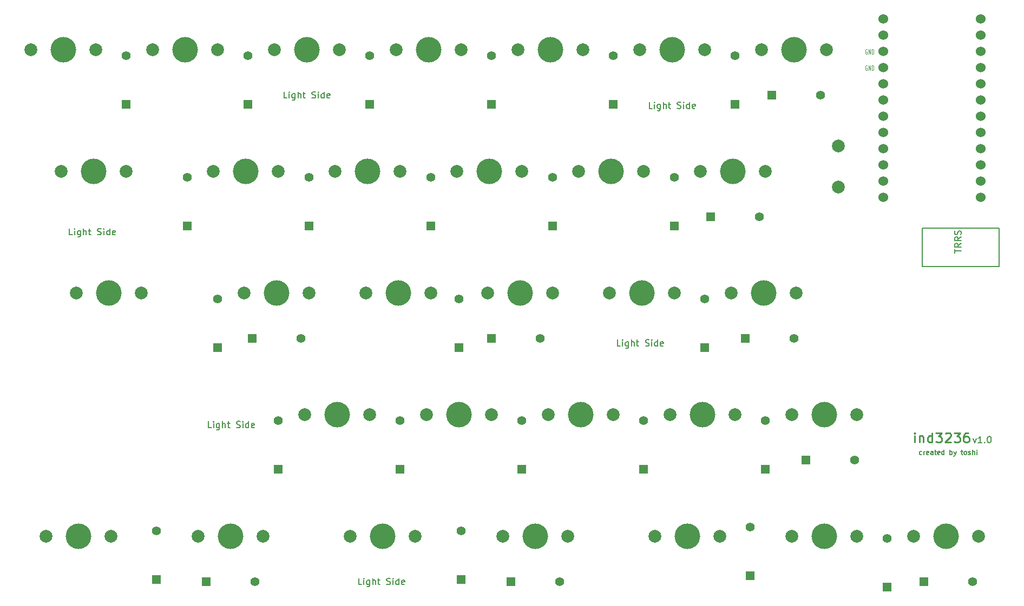
<source format=gto>
G04 #@! TF.GenerationSoftware,KiCad,Pcbnew,7.0.7*
G04 #@! TF.CreationDate,2023-09-30T17:43:00+09:00*
G04 #@! TF.ProjectId,ind-assemble_L,696e642d-6173-4736-956d-626c655f4c2e,rev?*
G04 #@! TF.SameCoordinates,Original*
G04 #@! TF.FileFunction,Legend,Top*
G04 #@! TF.FilePolarity,Positive*
%FSLAX46Y46*%
G04 Gerber Fmt 4.6, Leading zero omitted, Abs format (unit mm)*
G04 Created by KiCad (PCBNEW 7.0.7) date 2023-09-30 17:43:00*
%MOMM*%
%LPD*%
G01*
G04 APERTURE LIST*
%ADD10C,0.150000*%
%ADD11C,0.250000*%
%ADD12C,0.125000*%
%ADD13C,2.000000*%
%ADD14C,4.000000*%
%ADD15R,1.397000X1.397000*%
%ADD16C,1.397000*%
%ADD17C,1.524000*%
G04 APERTURE END LIST*
D10*
X175666541Y-94228152D02*
X175904636Y-94894819D01*
X175904636Y-94894819D02*
X176142731Y-94228152D01*
X177047493Y-94894819D02*
X176476065Y-94894819D01*
X176761779Y-94894819D02*
X176761779Y-93894819D01*
X176761779Y-93894819D02*
X176666541Y-94037676D01*
X176666541Y-94037676D02*
X176571303Y-94132914D01*
X176571303Y-94132914D02*
X176476065Y-94180533D01*
X177476065Y-94799580D02*
X177523684Y-94847200D01*
X177523684Y-94847200D02*
X177476065Y-94894819D01*
X177476065Y-94894819D02*
X177428446Y-94847200D01*
X177428446Y-94847200D02*
X177476065Y-94799580D01*
X177476065Y-94799580D02*
X177476065Y-94894819D01*
X178142731Y-93894819D02*
X178237969Y-93894819D01*
X178237969Y-93894819D02*
X178333207Y-93942438D01*
X178333207Y-93942438D02*
X178380826Y-93990057D01*
X178380826Y-93990057D02*
X178428445Y-94085295D01*
X178428445Y-94085295D02*
X178476064Y-94275771D01*
X178476064Y-94275771D02*
X178476064Y-94513866D01*
X178476064Y-94513866D02*
X178428445Y-94704342D01*
X178428445Y-94704342D02*
X178380826Y-94799580D01*
X178380826Y-94799580D02*
X178333207Y-94847200D01*
X178333207Y-94847200D02*
X178237969Y-94894819D01*
X178237969Y-94894819D02*
X178142731Y-94894819D01*
X178142731Y-94894819D02*
X178047493Y-94847200D01*
X178047493Y-94847200D02*
X177999874Y-94799580D01*
X177999874Y-94799580D02*
X177952255Y-94704342D01*
X177952255Y-94704342D02*
X177904636Y-94513866D01*
X177904636Y-94513866D02*
X177904636Y-94275771D01*
X177904636Y-94275771D02*
X177952255Y-94085295D01*
X177952255Y-94085295D02*
X177999874Y-93990057D01*
X177999874Y-93990057D02*
X178047493Y-93942438D01*
X178047493Y-93942438D02*
X178142731Y-93894819D01*
X167623684Y-96689700D02*
X167552255Y-96725414D01*
X167552255Y-96725414D02*
X167409398Y-96725414D01*
X167409398Y-96725414D02*
X167337969Y-96689700D01*
X167337969Y-96689700D02*
X167302255Y-96653985D01*
X167302255Y-96653985D02*
X167266541Y-96582557D01*
X167266541Y-96582557D02*
X167266541Y-96368271D01*
X167266541Y-96368271D02*
X167302255Y-96296842D01*
X167302255Y-96296842D02*
X167337969Y-96261128D01*
X167337969Y-96261128D02*
X167409398Y-96225414D01*
X167409398Y-96225414D02*
X167552255Y-96225414D01*
X167552255Y-96225414D02*
X167623684Y-96261128D01*
X167945112Y-96725414D02*
X167945112Y-96225414D01*
X167945112Y-96368271D02*
X167980826Y-96296842D01*
X167980826Y-96296842D02*
X168016541Y-96261128D01*
X168016541Y-96261128D02*
X168087969Y-96225414D01*
X168087969Y-96225414D02*
X168159398Y-96225414D01*
X168695112Y-96689700D02*
X168623684Y-96725414D01*
X168623684Y-96725414D02*
X168480827Y-96725414D01*
X168480827Y-96725414D02*
X168409398Y-96689700D01*
X168409398Y-96689700D02*
X168373684Y-96618271D01*
X168373684Y-96618271D02*
X168373684Y-96332557D01*
X168373684Y-96332557D02*
X168409398Y-96261128D01*
X168409398Y-96261128D02*
X168480827Y-96225414D01*
X168480827Y-96225414D02*
X168623684Y-96225414D01*
X168623684Y-96225414D02*
X168695112Y-96261128D01*
X168695112Y-96261128D02*
X168730827Y-96332557D01*
X168730827Y-96332557D02*
X168730827Y-96403985D01*
X168730827Y-96403985D02*
X168373684Y-96475414D01*
X169373684Y-96725414D02*
X169373684Y-96332557D01*
X169373684Y-96332557D02*
X169337969Y-96261128D01*
X169337969Y-96261128D02*
X169266541Y-96225414D01*
X169266541Y-96225414D02*
X169123684Y-96225414D01*
X169123684Y-96225414D02*
X169052255Y-96261128D01*
X169373684Y-96689700D02*
X169302255Y-96725414D01*
X169302255Y-96725414D02*
X169123684Y-96725414D01*
X169123684Y-96725414D02*
X169052255Y-96689700D01*
X169052255Y-96689700D02*
X169016541Y-96618271D01*
X169016541Y-96618271D02*
X169016541Y-96546842D01*
X169016541Y-96546842D02*
X169052255Y-96475414D01*
X169052255Y-96475414D02*
X169123684Y-96439700D01*
X169123684Y-96439700D02*
X169302255Y-96439700D01*
X169302255Y-96439700D02*
X169373684Y-96403985D01*
X169623683Y-96225414D02*
X169909397Y-96225414D01*
X169730826Y-95975414D02*
X169730826Y-96618271D01*
X169730826Y-96618271D02*
X169766540Y-96689700D01*
X169766540Y-96689700D02*
X169837969Y-96725414D01*
X169837969Y-96725414D02*
X169909397Y-96725414D01*
X170445111Y-96689700D02*
X170373683Y-96725414D01*
X170373683Y-96725414D02*
X170230826Y-96725414D01*
X170230826Y-96725414D02*
X170159397Y-96689700D01*
X170159397Y-96689700D02*
X170123683Y-96618271D01*
X170123683Y-96618271D02*
X170123683Y-96332557D01*
X170123683Y-96332557D02*
X170159397Y-96261128D01*
X170159397Y-96261128D02*
X170230826Y-96225414D01*
X170230826Y-96225414D02*
X170373683Y-96225414D01*
X170373683Y-96225414D02*
X170445111Y-96261128D01*
X170445111Y-96261128D02*
X170480826Y-96332557D01*
X170480826Y-96332557D02*
X170480826Y-96403985D01*
X170480826Y-96403985D02*
X170123683Y-96475414D01*
X171123683Y-96725414D02*
X171123683Y-95975414D01*
X171123683Y-96689700D02*
X171052254Y-96725414D01*
X171052254Y-96725414D02*
X170909397Y-96725414D01*
X170909397Y-96725414D02*
X170837968Y-96689700D01*
X170837968Y-96689700D02*
X170802254Y-96653985D01*
X170802254Y-96653985D02*
X170766540Y-96582557D01*
X170766540Y-96582557D02*
X170766540Y-96368271D01*
X170766540Y-96368271D02*
X170802254Y-96296842D01*
X170802254Y-96296842D02*
X170837968Y-96261128D01*
X170837968Y-96261128D02*
X170909397Y-96225414D01*
X170909397Y-96225414D02*
X171052254Y-96225414D01*
X171052254Y-96225414D02*
X171123683Y-96261128D01*
X172052254Y-96725414D02*
X172052254Y-95975414D01*
X172052254Y-96261128D02*
X172123683Y-96225414D01*
X172123683Y-96225414D02*
X172266540Y-96225414D01*
X172266540Y-96225414D02*
X172337968Y-96261128D01*
X172337968Y-96261128D02*
X172373683Y-96296842D01*
X172373683Y-96296842D02*
X172409397Y-96368271D01*
X172409397Y-96368271D02*
X172409397Y-96582557D01*
X172409397Y-96582557D02*
X172373683Y-96653985D01*
X172373683Y-96653985D02*
X172337968Y-96689700D01*
X172337968Y-96689700D02*
X172266540Y-96725414D01*
X172266540Y-96725414D02*
X172123683Y-96725414D01*
X172123683Y-96725414D02*
X172052254Y-96689700D01*
X172659396Y-96225414D02*
X172837968Y-96725414D01*
X173016539Y-96225414D02*
X172837968Y-96725414D01*
X172837968Y-96725414D02*
X172766539Y-96903985D01*
X172766539Y-96903985D02*
X172730825Y-96939700D01*
X172730825Y-96939700D02*
X172659396Y-96975414D01*
X173766540Y-96225414D02*
X174052254Y-96225414D01*
X173873683Y-95975414D02*
X173873683Y-96618271D01*
X173873683Y-96618271D02*
X173909397Y-96689700D01*
X173909397Y-96689700D02*
X173980826Y-96725414D01*
X173980826Y-96725414D02*
X174052254Y-96725414D01*
X174409397Y-96725414D02*
X174337968Y-96689700D01*
X174337968Y-96689700D02*
X174302254Y-96653985D01*
X174302254Y-96653985D02*
X174266540Y-96582557D01*
X174266540Y-96582557D02*
X174266540Y-96368271D01*
X174266540Y-96368271D02*
X174302254Y-96296842D01*
X174302254Y-96296842D02*
X174337968Y-96261128D01*
X174337968Y-96261128D02*
X174409397Y-96225414D01*
X174409397Y-96225414D02*
X174516540Y-96225414D01*
X174516540Y-96225414D02*
X174587968Y-96261128D01*
X174587968Y-96261128D02*
X174623683Y-96296842D01*
X174623683Y-96296842D02*
X174659397Y-96368271D01*
X174659397Y-96368271D02*
X174659397Y-96582557D01*
X174659397Y-96582557D02*
X174623683Y-96653985D01*
X174623683Y-96653985D02*
X174587968Y-96689700D01*
X174587968Y-96689700D02*
X174516540Y-96725414D01*
X174516540Y-96725414D02*
X174409397Y-96725414D01*
X174945111Y-96689700D02*
X175016539Y-96725414D01*
X175016539Y-96725414D02*
X175159396Y-96725414D01*
X175159396Y-96725414D02*
X175230825Y-96689700D01*
X175230825Y-96689700D02*
X175266539Y-96618271D01*
X175266539Y-96618271D02*
X175266539Y-96582557D01*
X175266539Y-96582557D02*
X175230825Y-96511128D01*
X175230825Y-96511128D02*
X175159396Y-96475414D01*
X175159396Y-96475414D02*
X175052254Y-96475414D01*
X175052254Y-96475414D02*
X174980825Y-96439700D01*
X174980825Y-96439700D02*
X174945111Y-96368271D01*
X174945111Y-96368271D02*
X174945111Y-96332557D01*
X174945111Y-96332557D02*
X174980825Y-96261128D01*
X174980825Y-96261128D02*
X175052254Y-96225414D01*
X175052254Y-96225414D02*
X175159396Y-96225414D01*
X175159396Y-96225414D02*
X175230825Y-96261128D01*
X175587968Y-96725414D02*
X175587968Y-95975414D01*
X175909397Y-96725414D02*
X175909397Y-96332557D01*
X175909397Y-96332557D02*
X175873682Y-96261128D01*
X175873682Y-96261128D02*
X175802254Y-96225414D01*
X175802254Y-96225414D02*
X175695111Y-96225414D01*
X175695111Y-96225414D02*
X175623682Y-96261128D01*
X175623682Y-96261128D02*
X175587968Y-96296842D01*
X176266539Y-96725414D02*
X176266539Y-96225414D01*
X176266539Y-95975414D02*
X176230825Y-96011128D01*
X176230825Y-96011128D02*
X176266539Y-96046842D01*
X176266539Y-96046842D02*
X176302253Y-96011128D01*
X176302253Y-96011128D02*
X176266539Y-95975414D01*
X176266539Y-95975414D02*
X176266539Y-96046842D01*
D11*
X166546615Y-94828428D02*
X166546615Y-93828428D01*
X166546615Y-93328428D02*
X166475187Y-93399857D01*
X166475187Y-93399857D02*
X166546615Y-93471285D01*
X166546615Y-93471285D02*
X166618044Y-93399857D01*
X166618044Y-93399857D02*
X166546615Y-93328428D01*
X166546615Y-93328428D02*
X166546615Y-93471285D01*
X167260901Y-93828428D02*
X167260901Y-94828428D01*
X167260901Y-93971285D02*
X167332330Y-93899857D01*
X167332330Y-93899857D02*
X167475187Y-93828428D01*
X167475187Y-93828428D02*
X167689473Y-93828428D01*
X167689473Y-93828428D02*
X167832330Y-93899857D01*
X167832330Y-93899857D02*
X167903759Y-94042714D01*
X167903759Y-94042714D02*
X167903759Y-94828428D01*
X169260902Y-94828428D02*
X169260902Y-93328428D01*
X169260902Y-94757000D02*
X169118044Y-94828428D01*
X169118044Y-94828428D02*
X168832330Y-94828428D01*
X168832330Y-94828428D02*
X168689473Y-94757000D01*
X168689473Y-94757000D02*
X168618044Y-94685571D01*
X168618044Y-94685571D02*
X168546616Y-94542714D01*
X168546616Y-94542714D02*
X168546616Y-94114142D01*
X168546616Y-94114142D02*
X168618044Y-93971285D01*
X168618044Y-93971285D02*
X168689473Y-93899857D01*
X168689473Y-93899857D02*
X168832330Y-93828428D01*
X168832330Y-93828428D02*
X169118044Y-93828428D01*
X169118044Y-93828428D02*
X169260902Y-93899857D01*
X169832330Y-93328428D02*
X170760902Y-93328428D01*
X170760902Y-93328428D02*
X170260902Y-93899857D01*
X170260902Y-93899857D02*
X170475187Y-93899857D01*
X170475187Y-93899857D02*
X170618045Y-93971285D01*
X170618045Y-93971285D02*
X170689473Y-94042714D01*
X170689473Y-94042714D02*
X170760902Y-94185571D01*
X170760902Y-94185571D02*
X170760902Y-94542714D01*
X170760902Y-94542714D02*
X170689473Y-94685571D01*
X170689473Y-94685571D02*
X170618045Y-94757000D01*
X170618045Y-94757000D02*
X170475187Y-94828428D01*
X170475187Y-94828428D02*
X170046616Y-94828428D01*
X170046616Y-94828428D02*
X169903759Y-94757000D01*
X169903759Y-94757000D02*
X169832330Y-94685571D01*
X171332330Y-93471285D02*
X171403758Y-93399857D01*
X171403758Y-93399857D02*
X171546616Y-93328428D01*
X171546616Y-93328428D02*
X171903758Y-93328428D01*
X171903758Y-93328428D02*
X172046616Y-93399857D01*
X172046616Y-93399857D02*
X172118044Y-93471285D01*
X172118044Y-93471285D02*
X172189473Y-93614142D01*
X172189473Y-93614142D02*
X172189473Y-93757000D01*
X172189473Y-93757000D02*
X172118044Y-93971285D01*
X172118044Y-93971285D02*
X171260901Y-94828428D01*
X171260901Y-94828428D02*
X172189473Y-94828428D01*
X172689472Y-93328428D02*
X173618044Y-93328428D01*
X173618044Y-93328428D02*
X173118044Y-93899857D01*
X173118044Y-93899857D02*
X173332329Y-93899857D01*
X173332329Y-93899857D02*
X173475187Y-93971285D01*
X173475187Y-93971285D02*
X173546615Y-94042714D01*
X173546615Y-94042714D02*
X173618044Y-94185571D01*
X173618044Y-94185571D02*
X173618044Y-94542714D01*
X173618044Y-94542714D02*
X173546615Y-94685571D01*
X173546615Y-94685571D02*
X173475187Y-94757000D01*
X173475187Y-94757000D02*
X173332329Y-94828428D01*
X173332329Y-94828428D02*
X172903758Y-94828428D01*
X172903758Y-94828428D02*
X172760901Y-94757000D01*
X172760901Y-94757000D02*
X172689472Y-94685571D01*
X174903758Y-93328428D02*
X174618043Y-93328428D01*
X174618043Y-93328428D02*
X174475186Y-93399857D01*
X174475186Y-93399857D02*
X174403758Y-93471285D01*
X174403758Y-93471285D02*
X174260900Y-93685571D01*
X174260900Y-93685571D02*
X174189472Y-93971285D01*
X174189472Y-93971285D02*
X174189472Y-94542714D01*
X174189472Y-94542714D02*
X174260900Y-94685571D01*
X174260900Y-94685571D02*
X174332329Y-94757000D01*
X174332329Y-94757000D02*
X174475186Y-94828428D01*
X174475186Y-94828428D02*
X174760900Y-94828428D01*
X174760900Y-94828428D02*
X174903758Y-94757000D01*
X174903758Y-94757000D02*
X174975186Y-94685571D01*
X174975186Y-94685571D02*
X175046615Y-94542714D01*
X175046615Y-94542714D02*
X175046615Y-94185571D01*
X175046615Y-94185571D02*
X174975186Y-94042714D01*
X174975186Y-94042714D02*
X174903758Y-93971285D01*
X174903758Y-93971285D02*
X174760900Y-93899857D01*
X174760900Y-93899857D02*
X174475186Y-93899857D01*
X174475186Y-93899857D02*
X174332329Y-93971285D01*
X174332329Y-93971285D02*
X174260900Y-94042714D01*
X174260900Y-94042714D02*
X174189472Y-94185571D01*
D10*
X68342261Y-40904819D02*
X67866071Y-40904819D01*
X67866071Y-40904819D02*
X67866071Y-39904819D01*
X68675595Y-40904819D02*
X68675595Y-40238152D01*
X68675595Y-39904819D02*
X68627976Y-39952438D01*
X68627976Y-39952438D02*
X68675595Y-40000057D01*
X68675595Y-40000057D02*
X68723214Y-39952438D01*
X68723214Y-39952438D02*
X68675595Y-39904819D01*
X68675595Y-39904819D02*
X68675595Y-40000057D01*
X69580356Y-40238152D02*
X69580356Y-41047676D01*
X69580356Y-41047676D02*
X69532737Y-41142914D01*
X69532737Y-41142914D02*
X69485118Y-41190533D01*
X69485118Y-41190533D02*
X69389880Y-41238152D01*
X69389880Y-41238152D02*
X69247023Y-41238152D01*
X69247023Y-41238152D02*
X69151785Y-41190533D01*
X69580356Y-40857200D02*
X69485118Y-40904819D01*
X69485118Y-40904819D02*
X69294642Y-40904819D01*
X69294642Y-40904819D02*
X69199404Y-40857200D01*
X69199404Y-40857200D02*
X69151785Y-40809580D01*
X69151785Y-40809580D02*
X69104166Y-40714342D01*
X69104166Y-40714342D02*
X69104166Y-40428628D01*
X69104166Y-40428628D02*
X69151785Y-40333390D01*
X69151785Y-40333390D02*
X69199404Y-40285771D01*
X69199404Y-40285771D02*
X69294642Y-40238152D01*
X69294642Y-40238152D02*
X69485118Y-40238152D01*
X69485118Y-40238152D02*
X69580356Y-40285771D01*
X70056547Y-40904819D02*
X70056547Y-39904819D01*
X70485118Y-40904819D02*
X70485118Y-40381009D01*
X70485118Y-40381009D02*
X70437499Y-40285771D01*
X70437499Y-40285771D02*
X70342261Y-40238152D01*
X70342261Y-40238152D02*
X70199404Y-40238152D01*
X70199404Y-40238152D02*
X70104166Y-40285771D01*
X70104166Y-40285771D02*
X70056547Y-40333390D01*
X70818452Y-40238152D02*
X71199404Y-40238152D01*
X70961309Y-39904819D02*
X70961309Y-40761961D01*
X70961309Y-40761961D02*
X71008928Y-40857200D01*
X71008928Y-40857200D02*
X71104166Y-40904819D01*
X71104166Y-40904819D02*
X71199404Y-40904819D01*
X72247024Y-40857200D02*
X72389881Y-40904819D01*
X72389881Y-40904819D02*
X72627976Y-40904819D01*
X72627976Y-40904819D02*
X72723214Y-40857200D01*
X72723214Y-40857200D02*
X72770833Y-40809580D01*
X72770833Y-40809580D02*
X72818452Y-40714342D01*
X72818452Y-40714342D02*
X72818452Y-40619104D01*
X72818452Y-40619104D02*
X72770833Y-40523866D01*
X72770833Y-40523866D02*
X72723214Y-40476247D01*
X72723214Y-40476247D02*
X72627976Y-40428628D01*
X72627976Y-40428628D02*
X72437500Y-40381009D01*
X72437500Y-40381009D02*
X72342262Y-40333390D01*
X72342262Y-40333390D02*
X72294643Y-40285771D01*
X72294643Y-40285771D02*
X72247024Y-40190533D01*
X72247024Y-40190533D02*
X72247024Y-40095295D01*
X72247024Y-40095295D02*
X72294643Y-40000057D01*
X72294643Y-40000057D02*
X72342262Y-39952438D01*
X72342262Y-39952438D02*
X72437500Y-39904819D01*
X72437500Y-39904819D02*
X72675595Y-39904819D01*
X72675595Y-39904819D02*
X72818452Y-39952438D01*
X73247024Y-40904819D02*
X73247024Y-40238152D01*
X73247024Y-39904819D02*
X73199405Y-39952438D01*
X73199405Y-39952438D02*
X73247024Y-40000057D01*
X73247024Y-40000057D02*
X73294643Y-39952438D01*
X73294643Y-39952438D02*
X73247024Y-39904819D01*
X73247024Y-39904819D02*
X73247024Y-40000057D01*
X74151785Y-40904819D02*
X74151785Y-39904819D01*
X74151785Y-40857200D02*
X74056547Y-40904819D01*
X74056547Y-40904819D02*
X73866071Y-40904819D01*
X73866071Y-40904819D02*
X73770833Y-40857200D01*
X73770833Y-40857200D02*
X73723214Y-40809580D01*
X73723214Y-40809580D02*
X73675595Y-40714342D01*
X73675595Y-40714342D02*
X73675595Y-40428628D01*
X73675595Y-40428628D02*
X73723214Y-40333390D01*
X73723214Y-40333390D02*
X73770833Y-40285771D01*
X73770833Y-40285771D02*
X73866071Y-40238152D01*
X73866071Y-40238152D02*
X74056547Y-40238152D01*
X74056547Y-40238152D02*
X74151785Y-40285771D01*
X75008928Y-40857200D02*
X74913690Y-40904819D01*
X74913690Y-40904819D02*
X74723214Y-40904819D01*
X74723214Y-40904819D02*
X74627976Y-40857200D01*
X74627976Y-40857200D02*
X74580357Y-40761961D01*
X74580357Y-40761961D02*
X74580357Y-40381009D01*
X74580357Y-40381009D02*
X74627976Y-40285771D01*
X74627976Y-40285771D02*
X74723214Y-40238152D01*
X74723214Y-40238152D02*
X74913690Y-40238152D01*
X74913690Y-40238152D02*
X75008928Y-40285771D01*
X75008928Y-40285771D02*
X75056547Y-40381009D01*
X75056547Y-40381009D02*
X75056547Y-40476247D01*
X75056547Y-40476247D02*
X74580357Y-40571485D01*
X120511011Y-79754819D02*
X120034821Y-79754819D01*
X120034821Y-79754819D02*
X120034821Y-78754819D01*
X120844345Y-79754819D02*
X120844345Y-79088152D01*
X120844345Y-78754819D02*
X120796726Y-78802438D01*
X120796726Y-78802438D02*
X120844345Y-78850057D01*
X120844345Y-78850057D02*
X120891964Y-78802438D01*
X120891964Y-78802438D02*
X120844345Y-78754819D01*
X120844345Y-78754819D02*
X120844345Y-78850057D01*
X121749106Y-79088152D02*
X121749106Y-79897676D01*
X121749106Y-79897676D02*
X121701487Y-79992914D01*
X121701487Y-79992914D02*
X121653868Y-80040533D01*
X121653868Y-80040533D02*
X121558630Y-80088152D01*
X121558630Y-80088152D02*
X121415773Y-80088152D01*
X121415773Y-80088152D02*
X121320535Y-80040533D01*
X121749106Y-79707200D02*
X121653868Y-79754819D01*
X121653868Y-79754819D02*
X121463392Y-79754819D01*
X121463392Y-79754819D02*
X121368154Y-79707200D01*
X121368154Y-79707200D02*
X121320535Y-79659580D01*
X121320535Y-79659580D02*
X121272916Y-79564342D01*
X121272916Y-79564342D02*
X121272916Y-79278628D01*
X121272916Y-79278628D02*
X121320535Y-79183390D01*
X121320535Y-79183390D02*
X121368154Y-79135771D01*
X121368154Y-79135771D02*
X121463392Y-79088152D01*
X121463392Y-79088152D02*
X121653868Y-79088152D01*
X121653868Y-79088152D02*
X121749106Y-79135771D01*
X122225297Y-79754819D02*
X122225297Y-78754819D01*
X122653868Y-79754819D02*
X122653868Y-79231009D01*
X122653868Y-79231009D02*
X122606249Y-79135771D01*
X122606249Y-79135771D02*
X122511011Y-79088152D01*
X122511011Y-79088152D02*
X122368154Y-79088152D01*
X122368154Y-79088152D02*
X122272916Y-79135771D01*
X122272916Y-79135771D02*
X122225297Y-79183390D01*
X122987202Y-79088152D02*
X123368154Y-79088152D01*
X123130059Y-78754819D02*
X123130059Y-79611961D01*
X123130059Y-79611961D02*
X123177678Y-79707200D01*
X123177678Y-79707200D02*
X123272916Y-79754819D01*
X123272916Y-79754819D02*
X123368154Y-79754819D01*
X124415774Y-79707200D02*
X124558631Y-79754819D01*
X124558631Y-79754819D02*
X124796726Y-79754819D01*
X124796726Y-79754819D02*
X124891964Y-79707200D01*
X124891964Y-79707200D02*
X124939583Y-79659580D01*
X124939583Y-79659580D02*
X124987202Y-79564342D01*
X124987202Y-79564342D02*
X124987202Y-79469104D01*
X124987202Y-79469104D02*
X124939583Y-79373866D01*
X124939583Y-79373866D02*
X124891964Y-79326247D01*
X124891964Y-79326247D02*
X124796726Y-79278628D01*
X124796726Y-79278628D02*
X124606250Y-79231009D01*
X124606250Y-79231009D02*
X124511012Y-79183390D01*
X124511012Y-79183390D02*
X124463393Y-79135771D01*
X124463393Y-79135771D02*
X124415774Y-79040533D01*
X124415774Y-79040533D02*
X124415774Y-78945295D01*
X124415774Y-78945295D02*
X124463393Y-78850057D01*
X124463393Y-78850057D02*
X124511012Y-78802438D01*
X124511012Y-78802438D02*
X124606250Y-78754819D01*
X124606250Y-78754819D02*
X124844345Y-78754819D01*
X124844345Y-78754819D02*
X124987202Y-78802438D01*
X125415774Y-79754819D02*
X125415774Y-79088152D01*
X125415774Y-78754819D02*
X125368155Y-78802438D01*
X125368155Y-78802438D02*
X125415774Y-78850057D01*
X125415774Y-78850057D02*
X125463393Y-78802438D01*
X125463393Y-78802438D02*
X125415774Y-78754819D01*
X125415774Y-78754819D02*
X125415774Y-78850057D01*
X126320535Y-79754819D02*
X126320535Y-78754819D01*
X126320535Y-79707200D02*
X126225297Y-79754819D01*
X126225297Y-79754819D02*
X126034821Y-79754819D01*
X126034821Y-79754819D02*
X125939583Y-79707200D01*
X125939583Y-79707200D02*
X125891964Y-79659580D01*
X125891964Y-79659580D02*
X125844345Y-79564342D01*
X125844345Y-79564342D02*
X125844345Y-79278628D01*
X125844345Y-79278628D02*
X125891964Y-79183390D01*
X125891964Y-79183390D02*
X125939583Y-79135771D01*
X125939583Y-79135771D02*
X126034821Y-79088152D01*
X126034821Y-79088152D02*
X126225297Y-79088152D01*
X126225297Y-79088152D02*
X126320535Y-79135771D01*
X127177678Y-79707200D02*
X127082440Y-79754819D01*
X127082440Y-79754819D02*
X126891964Y-79754819D01*
X126891964Y-79754819D02*
X126796726Y-79707200D01*
X126796726Y-79707200D02*
X126749107Y-79611961D01*
X126749107Y-79611961D02*
X126749107Y-79231009D01*
X126749107Y-79231009D02*
X126796726Y-79135771D01*
X126796726Y-79135771D02*
X126891964Y-79088152D01*
X126891964Y-79088152D02*
X127082440Y-79088152D01*
X127082440Y-79088152D02*
X127177678Y-79135771D01*
X127177678Y-79135771D02*
X127225297Y-79231009D01*
X127225297Y-79231009D02*
X127225297Y-79326247D01*
X127225297Y-79326247D02*
X126749107Y-79421485D01*
X56534761Y-92542319D02*
X56058571Y-92542319D01*
X56058571Y-92542319D02*
X56058571Y-91542319D01*
X56868095Y-92542319D02*
X56868095Y-91875652D01*
X56868095Y-91542319D02*
X56820476Y-91589938D01*
X56820476Y-91589938D02*
X56868095Y-91637557D01*
X56868095Y-91637557D02*
X56915714Y-91589938D01*
X56915714Y-91589938D02*
X56868095Y-91542319D01*
X56868095Y-91542319D02*
X56868095Y-91637557D01*
X57772856Y-91875652D02*
X57772856Y-92685176D01*
X57772856Y-92685176D02*
X57725237Y-92780414D01*
X57725237Y-92780414D02*
X57677618Y-92828033D01*
X57677618Y-92828033D02*
X57582380Y-92875652D01*
X57582380Y-92875652D02*
X57439523Y-92875652D01*
X57439523Y-92875652D02*
X57344285Y-92828033D01*
X57772856Y-92494700D02*
X57677618Y-92542319D01*
X57677618Y-92542319D02*
X57487142Y-92542319D01*
X57487142Y-92542319D02*
X57391904Y-92494700D01*
X57391904Y-92494700D02*
X57344285Y-92447080D01*
X57344285Y-92447080D02*
X57296666Y-92351842D01*
X57296666Y-92351842D02*
X57296666Y-92066128D01*
X57296666Y-92066128D02*
X57344285Y-91970890D01*
X57344285Y-91970890D02*
X57391904Y-91923271D01*
X57391904Y-91923271D02*
X57487142Y-91875652D01*
X57487142Y-91875652D02*
X57677618Y-91875652D01*
X57677618Y-91875652D02*
X57772856Y-91923271D01*
X58249047Y-92542319D02*
X58249047Y-91542319D01*
X58677618Y-92542319D02*
X58677618Y-92018509D01*
X58677618Y-92018509D02*
X58629999Y-91923271D01*
X58629999Y-91923271D02*
X58534761Y-91875652D01*
X58534761Y-91875652D02*
X58391904Y-91875652D01*
X58391904Y-91875652D02*
X58296666Y-91923271D01*
X58296666Y-91923271D02*
X58249047Y-91970890D01*
X59010952Y-91875652D02*
X59391904Y-91875652D01*
X59153809Y-91542319D02*
X59153809Y-92399461D01*
X59153809Y-92399461D02*
X59201428Y-92494700D01*
X59201428Y-92494700D02*
X59296666Y-92542319D01*
X59296666Y-92542319D02*
X59391904Y-92542319D01*
X60439524Y-92494700D02*
X60582381Y-92542319D01*
X60582381Y-92542319D02*
X60820476Y-92542319D01*
X60820476Y-92542319D02*
X60915714Y-92494700D01*
X60915714Y-92494700D02*
X60963333Y-92447080D01*
X60963333Y-92447080D02*
X61010952Y-92351842D01*
X61010952Y-92351842D02*
X61010952Y-92256604D01*
X61010952Y-92256604D02*
X60963333Y-92161366D01*
X60963333Y-92161366D02*
X60915714Y-92113747D01*
X60915714Y-92113747D02*
X60820476Y-92066128D01*
X60820476Y-92066128D02*
X60630000Y-92018509D01*
X60630000Y-92018509D02*
X60534762Y-91970890D01*
X60534762Y-91970890D02*
X60487143Y-91923271D01*
X60487143Y-91923271D02*
X60439524Y-91828033D01*
X60439524Y-91828033D02*
X60439524Y-91732795D01*
X60439524Y-91732795D02*
X60487143Y-91637557D01*
X60487143Y-91637557D02*
X60534762Y-91589938D01*
X60534762Y-91589938D02*
X60630000Y-91542319D01*
X60630000Y-91542319D02*
X60868095Y-91542319D01*
X60868095Y-91542319D02*
X61010952Y-91589938D01*
X61439524Y-92542319D02*
X61439524Y-91875652D01*
X61439524Y-91542319D02*
X61391905Y-91589938D01*
X61391905Y-91589938D02*
X61439524Y-91637557D01*
X61439524Y-91637557D02*
X61487143Y-91589938D01*
X61487143Y-91589938D02*
X61439524Y-91542319D01*
X61439524Y-91542319D02*
X61439524Y-91637557D01*
X62344285Y-92542319D02*
X62344285Y-91542319D01*
X62344285Y-92494700D02*
X62249047Y-92542319D01*
X62249047Y-92542319D02*
X62058571Y-92542319D01*
X62058571Y-92542319D02*
X61963333Y-92494700D01*
X61963333Y-92494700D02*
X61915714Y-92447080D01*
X61915714Y-92447080D02*
X61868095Y-92351842D01*
X61868095Y-92351842D02*
X61868095Y-92066128D01*
X61868095Y-92066128D02*
X61915714Y-91970890D01*
X61915714Y-91970890D02*
X61963333Y-91923271D01*
X61963333Y-91923271D02*
X62058571Y-91875652D01*
X62058571Y-91875652D02*
X62249047Y-91875652D01*
X62249047Y-91875652D02*
X62344285Y-91923271D01*
X63201428Y-92494700D02*
X63106190Y-92542319D01*
X63106190Y-92542319D02*
X62915714Y-92542319D01*
X62915714Y-92542319D02*
X62820476Y-92494700D01*
X62820476Y-92494700D02*
X62772857Y-92399461D01*
X62772857Y-92399461D02*
X62772857Y-92018509D01*
X62772857Y-92018509D02*
X62820476Y-91923271D01*
X62820476Y-91923271D02*
X62915714Y-91875652D01*
X62915714Y-91875652D02*
X63106190Y-91875652D01*
X63106190Y-91875652D02*
X63201428Y-91923271D01*
X63201428Y-91923271D02*
X63249047Y-92018509D01*
X63249047Y-92018509D02*
X63249047Y-92113747D01*
X63249047Y-92113747D02*
X62772857Y-92208985D01*
X125492261Y-42536069D02*
X125016071Y-42536069D01*
X125016071Y-42536069D02*
X125016071Y-41536069D01*
X125825595Y-42536069D02*
X125825595Y-41869402D01*
X125825595Y-41536069D02*
X125777976Y-41583688D01*
X125777976Y-41583688D02*
X125825595Y-41631307D01*
X125825595Y-41631307D02*
X125873214Y-41583688D01*
X125873214Y-41583688D02*
X125825595Y-41536069D01*
X125825595Y-41536069D02*
X125825595Y-41631307D01*
X126730356Y-41869402D02*
X126730356Y-42678926D01*
X126730356Y-42678926D02*
X126682737Y-42774164D01*
X126682737Y-42774164D02*
X126635118Y-42821783D01*
X126635118Y-42821783D02*
X126539880Y-42869402D01*
X126539880Y-42869402D02*
X126397023Y-42869402D01*
X126397023Y-42869402D02*
X126301785Y-42821783D01*
X126730356Y-42488450D02*
X126635118Y-42536069D01*
X126635118Y-42536069D02*
X126444642Y-42536069D01*
X126444642Y-42536069D02*
X126349404Y-42488450D01*
X126349404Y-42488450D02*
X126301785Y-42440830D01*
X126301785Y-42440830D02*
X126254166Y-42345592D01*
X126254166Y-42345592D02*
X126254166Y-42059878D01*
X126254166Y-42059878D02*
X126301785Y-41964640D01*
X126301785Y-41964640D02*
X126349404Y-41917021D01*
X126349404Y-41917021D02*
X126444642Y-41869402D01*
X126444642Y-41869402D02*
X126635118Y-41869402D01*
X126635118Y-41869402D02*
X126730356Y-41917021D01*
X127206547Y-42536069D02*
X127206547Y-41536069D01*
X127635118Y-42536069D02*
X127635118Y-42012259D01*
X127635118Y-42012259D02*
X127587499Y-41917021D01*
X127587499Y-41917021D02*
X127492261Y-41869402D01*
X127492261Y-41869402D02*
X127349404Y-41869402D01*
X127349404Y-41869402D02*
X127254166Y-41917021D01*
X127254166Y-41917021D02*
X127206547Y-41964640D01*
X127968452Y-41869402D02*
X128349404Y-41869402D01*
X128111309Y-41536069D02*
X128111309Y-42393211D01*
X128111309Y-42393211D02*
X128158928Y-42488450D01*
X128158928Y-42488450D02*
X128254166Y-42536069D01*
X128254166Y-42536069D02*
X128349404Y-42536069D01*
X129397024Y-42488450D02*
X129539881Y-42536069D01*
X129539881Y-42536069D02*
X129777976Y-42536069D01*
X129777976Y-42536069D02*
X129873214Y-42488450D01*
X129873214Y-42488450D02*
X129920833Y-42440830D01*
X129920833Y-42440830D02*
X129968452Y-42345592D01*
X129968452Y-42345592D02*
X129968452Y-42250354D01*
X129968452Y-42250354D02*
X129920833Y-42155116D01*
X129920833Y-42155116D02*
X129873214Y-42107497D01*
X129873214Y-42107497D02*
X129777976Y-42059878D01*
X129777976Y-42059878D02*
X129587500Y-42012259D01*
X129587500Y-42012259D02*
X129492262Y-41964640D01*
X129492262Y-41964640D02*
X129444643Y-41917021D01*
X129444643Y-41917021D02*
X129397024Y-41821783D01*
X129397024Y-41821783D02*
X129397024Y-41726545D01*
X129397024Y-41726545D02*
X129444643Y-41631307D01*
X129444643Y-41631307D02*
X129492262Y-41583688D01*
X129492262Y-41583688D02*
X129587500Y-41536069D01*
X129587500Y-41536069D02*
X129825595Y-41536069D01*
X129825595Y-41536069D02*
X129968452Y-41583688D01*
X130397024Y-42536069D02*
X130397024Y-41869402D01*
X130397024Y-41536069D02*
X130349405Y-41583688D01*
X130349405Y-41583688D02*
X130397024Y-41631307D01*
X130397024Y-41631307D02*
X130444643Y-41583688D01*
X130444643Y-41583688D02*
X130397024Y-41536069D01*
X130397024Y-41536069D02*
X130397024Y-41631307D01*
X131301785Y-42536069D02*
X131301785Y-41536069D01*
X131301785Y-42488450D02*
X131206547Y-42536069D01*
X131206547Y-42536069D02*
X131016071Y-42536069D01*
X131016071Y-42536069D02*
X130920833Y-42488450D01*
X130920833Y-42488450D02*
X130873214Y-42440830D01*
X130873214Y-42440830D02*
X130825595Y-42345592D01*
X130825595Y-42345592D02*
X130825595Y-42059878D01*
X130825595Y-42059878D02*
X130873214Y-41964640D01*
X130873214Y-41964640D02*
X130920833Y-41917021D01*
X130920833Y-41917021D02*
X131016071Y-41869402D01*
X131016071Y-41869402D02*
X131206547Y-41869402D01*
X131206547Y-41869402D02*
X131301785Y-41917021D01*
X132158928Y-42488450D02*
X132063690Y-42536069D01*
X132063690Y-42536069D02*
X131873214Y-42536069D01*
X131873214Y-42536069D02*
X131777976Y-42488450D01*
X131777976Y-42488450D02*
X131730357Y-42393211D01*
X131730357Y-42393211D02*
X131730357Y-42012259D01*
X131730357Y-42012259D02*
X131777976Y-41917021D01*
X131777976Y-41917021D02*
X131873214Y-41869402D01*
X131873214Y-41869402D02*
X132063690Y-41869402D01*
X132063690Y-41869402D02*
X132158928Y-41917021D01*
X132158928Y-41917021D02*
X132206547Y-42012259D01*
X132206547Y-42012259D02*
X132206547Y-42107497D01*
X132206547Y-42107497D02*
X131730357Y-42202735D01*
X34786011Y-62336069D02*
X34309821Y-62336069D01*
X34309821Y-62336069D02*
X34309821Y-61336069D01*
X35119345Y-62336069D02*
X35119345Y-61669402D01*
X35119345Y-61336069D02*
X35071726Y-61383688D01*
X35071726Y-61383688D02*
X35119345Y-61431307D01*
X35119345Y-61431307D02*
X35166964Y-61383688D01*
X35166964Y-61383688D02*
X35119345Y-61336069D01*
X35119345Y-61336069D02*
X35119345Y-61431307D01*
X36024106Y-61669402D02*
X36024106Y-62478926D01*
X36024106Y-62478926D02*
X35976487Y-62574164D01*
X35976487Y-62574164D02*
X35928868Y-62621783D01*
X35928868Y-62621783D02*
X35833630Y-62669402D01*
X35833630Y-62669402D02*
X35690773Y-62669402D01*
X35690773Y-62669402D02*
X35595535Y-62621783D01*
X36024106Y-62288450D02*
X35928868Y-62336069D01*
X35928868Y-62336069D02*
X35738392Y-62336069D01*
X35738392Y-62336069D02*
X35643154Y-62288450D01*
X35643154Y-62288450D02*
X35595535Y-62240830D01*
X35595535Y-62240830D02*
X35547916Y-62145592D01*
X35547916Y-62145592D02*
X35547916Y-61859878D01*
X35547916Y-61859878D02*
X35595535Y-61764640D01*
X35595535Y-61764640D02*
X35643154Y-61717021D01*
X35643154Y-61717021D02*
X35738392Y-61669402D01*
X35738392Y-61669402D02*
X35928868Y-61669402D01*
X35928868Y-61669402D02*
X36024106Y-61717021D01*
X36500297Y-62336069D02*
X36500297Y-61336069D01*
X36928868Y-62336069D02*
X36928868Y-61812259D01*
X36928868Y-61812259D02*
X36881249Y-61717021D01*
X36881249Y-61717021D02*
X36786011Y-61669402D01*
X36786011Y-61669402D02*
X36643154Y-61669402D01*
X36643154Y-61669402D02*
X36547916Y-61717021D01*
X36547916Y-61717021D02*
X36500297Y-61764640D01*
X37262202Y-61669402D02*
X37643154Y-61669402D01*
X37405059Y-61336069D02*
X37405059Y-62193211D01*
X37405059Y-62193211D02*
X37452678Y-62288450D01*
X37452678Y-62288450D02*
X37547916Y-62336069D01*
X37547916Y-62336069D02*
X37643154Y-62336069D01*
X38690774Y-62288450D02*
X38833631Y-62336069D01*
X38833631Y-62336069D02*
X39071726Y-62336069D01*
X39071726Y-62336069D02*
X39166964Y-62288450D01*
X39166964Y-62288450D02*
X39214583Y-62240830D01*
X39214583Y-62240830D02*
X39262202Y-62145592D01*
X39262202Y-62145592D02*
X39262202Y-62050354D01*
X39262202Y-62050354D02*
X39214583Y-61955116D01*
X39214583Y-61955116D02*
X39166964Y-61907497D01*
X39166964Y-61907497D02*
X39071726Y-61859878D01*
X39071726Y-61859878D02*
X38881250Y-61812259D01*
X38881250Y-61812259D02*
X38786012Y-61764640D01*
X38786012Y-61764640D02*
X38738393Y-61717021D01*
X38738393Y-61717021D02*
X38690774Y-61621783D01*
X38690774Y-61621783D02*
X38690774Y-61526545D01*
X38690774Y-61526545D02*
X38738393Y-61431307D01*
X38738393Y-61431307D02*
X38786012Y-61383688D01*
X38786012Y-61383688D02*
X38881250Y-61336069D01*
X38881250Y-61336069D02*
X39119345Y-61336069D01*
X39119345Y-61336069D02*
X39262202Y-61383688D01*
X39690774Y-62336069D02*
X39690774Y-61669402D01*
X39690774Y-61336069D02*
X39643155Y-61383688D01*
X39643155Y-61383688D02*
X39690774Y-61431307D01*
X39690774Y-61431307D02*
X39738393Y-61383688D01*
X39738393Y-61383688D02*
X39690774Y-61336069D01*
X39690774Y-61336069D02*
X39690774Y-61431307D01*
X40595535Y-62336069D02*
X40595535Y-61336069D01*
X40595535Y-62288450D02*
X40500297Y-62336069D01*
X40500297Y-62336069D02*
X40309821Y-62336069D01*
X40309821Y-62336069D02*
X40214583Y-62288450D01*
X40214583Y-62288450D02*
X40166964Y-62240830D01*
X40166964Y-62240830D02*
X40119345Y-62145592D01*
X40119345Y-62145592D02*
X40119345Y-61859878D01*
X40119345Y-61859878D02*
X40166964Y-61764640D01*
X40166964Y-61764640D02*
X40214583Y-61717021D01*
X40214583Y-61717021D02*
X40309821Y-61669402D01*
X40309821Y-61669402D02*
X40500297Y-61669402D01*
X40500297Y-61669402D02*
X40595535Y-61717021D01*
X41452678Y-62288450D02*
X41357440Y-62336069D01*
X41357440Y-62336069D02*
X41166964Y-62336069D01*
X41166964Y-62336069D02*
X41071726Y-62288450D01*
X41071726Y-62288450D02*
X41024107Y-62193211D01*
X41024107Y-62193211D02*
X41024107Y-61812259D01*
X41024107Y-61812259D02*
X41071726Y-61717021D01*
X41071726Y-61717021D02*
X41166964Y-61669402D01*
X41166964Y-61669402D02*
X41357440Y-61669402D01*
X41357440Y-61669402D02*
X41452678Y-61717021D01*
X41452678Y-61717021D02*
X41500297Y-61812259D01*
X41500297Y-61812259D02*
X41500297Y-61907497D01*
X41500297Y-61907497D02*
X41024107Y-62002735D01*
X80029761Y-117104819D02*
X79553571Y-117104819D01*
X79553571Y-117104819D02*
X79553571Y-116104819D01*
X80363095Y-117104819D02*
X80363095Y-116438152D01*
X80363095Y-116104819D02*
X80315476Y-116152438D01*
X80315476Y-116152438D02*
X80363095Y-116200057D01*
X80363095Y-116200057D02*
X80410714Y-116152438D01*
X80410714Y-116152438D02*
X80363095Y-116104819D01*
X80363095Y-116104819D02*
X80363095Y-116200057D01*
X81267856Y-116438152D02*
X81267856Y-117247676D01*
X81267856Y-117247676D02*
X81220237Y-117342914D01*
X81220237Y-117342914D02*
X81172618Y-117390533D01*
X81172618Y-117390533D02*
X81077380Y-117438152D01*
X81077380Y-117438152D02*
X80934523Y-117438152D01*
X80934523Y-117438152D02*
X80839285Y-117390533D01*
X81267856Y-117057200D02*
X81172618Y-117104819D01*
X81172618Y-117104819D02*
X80982142Y-117104819D01*
X80982142Y-117104819D02*
X80886904Y-117057200D01*
X80886904Y-117057200D02*
X80839285Y-117009580D01*
X80839285Y-117009580D02*
X80791666Y-116914342D01*
X80791666Y-116914342D02*
X80791666Y-116628628D01*
X80791666Y-116628628D02*
X80839285Y-116533390D01*
X80839285Y-116533390D02*
X80886904Y-116485771D01*
X80886904Y-116485771D02*
X80982142Y-116438152D01*
X80982142Y-116438152D02*
X81172618Y-116438152D01*
X81172618Y-116438152D02*
X81267856Y-116485771D01*
X81744047Y-117104819D02*
X81744047Y-116104819D01*
X82172618Y-117104819D02*
X82172618Y-116581009D01*
X82172618Y-116581009D02*
X82124999Y-116485771D01*
X82124999Y-116485771D02*
X82029761Y-116438152D01*
X82029761Y-116438152D02*
X81886904Y-116438152D01*
X81886904Y-116438152D02*
X81791666Y-116485771D01*
X81791666Y-116485771D02*
X81744047Y-116533390D01*
X82505952Y-116438152D02*
X82886904Y-116438152D01*
X82648809Y-116104819D02*
X82648809Y-116961961D01*
X82648809Y-116961961D02*
X82696428Y-117057200D01*
X82696428Y-117057200D02*
X82791666Y-117104819D01*
X82791666Y-117104819D02*
X82886904Y-117104819D01*
X83934524Y-117057200D02*
X84077381Y-117104819D01*
X84077381Y-117104819D02*
X84315476Y-117104819D01*
X84315476Y-117104819D02*
X84410714Y-117057200D01*
X84410714Y-117057200D02*
X84458333Y-117009580D01*
X84458333Y-117009580D02*
X84505952Y-116914342D01*
X84505952Y-116914342D02*
X84505952Y-116819104D01*
X84505952Y-116819104D02*
X84458333Y-116723866D01*
X84458333Y-116723866D02*
X84410714Y-116676247D01*
X84410714Y-116676247D02*
X84315476Y-116628628D01*
X84315476Y-116628628D02*
X84125000Y-116581009D01*
X84125000Y-116581009D02*
X84029762Y-116533390D01*
X84029762Y-116533390D02*
X83982143Y-116485771D01*
X83982143Y-116485771D02*
X83934524Y-116390533D01*
X83934524Y-116390533D02*
X83934524Y-116295295D01*
X83934524Y-116295295D02*
X83982143Y-116200057D01*
X83982143Y-116200057D02*
X84029762Y-116152438D01*
X84029762Y-116152438D02*
X84125000Y-116104819D01*
X84125000Y-116104819D02*
X84363095Y-116104819D01*
X84363095Y-116104819D02*
X84505952Y-116152438D01*
X84934524Y-117104819D02*
X84934524Y-116438152D01*
X84934524Y-116104819D02*
X84886905Y-116152438D01*
X84886905Y-116152438D02*
X84934524Y-116200057D01*
X84934524Y-116200057D02*
X84982143Y-116152438D01*
X84982143Y-116152438D02*
X84934524Y-116104819D01*
X84934524Y-116104819D02*
X84934524Y-116200057D01*
X85839285Y-117104819D02*
X85839285Y-116104819D01*
X85839285Y-117057200D02*
X85744047Y-117104819D01*
X85744047Y-117104819D02*
X85553571Y-117104819D01*
X85553571Y-117104819D02*
X85458333Y-117057200D01*
X85458333Y-117057200D02*
X85410714Y-117009580D01*
X85410714Y-117009580D02*
X85363095Y-116914342D01*
X85363095Y-116914342D02*
X85363095Y-116628628D01*
X85363095Y-116628628D02*
X85410714Y-116533390D01*
X85410714Y-116533390D02*
X85458333Y-116485771D01*
X85458333Y-116485771D02*
X85553571Y-116438152D01*
X85553571Y-116438152D02*
X85744047Y-116438152D01*
X85744047Y-116438152D02*
X85839285Y-116485771D01*
X86696428Y-117057200D02*
X86601190Y-117104819D01*
X86601190Y-117104819D02*
X86410714Y-117104819D01*
X86410714Y-117104819D02*
X86315476Y-117057200D01*
X86315476Y-117057200D02*
X86267857Y-116961961D01*
X86267857Y-116961961D02*
X86267857Y-116581009D01*
X86267857Y-116581009D02*
X86315476Y-116485771D01*
X86315476Y-116485771D02*
X86410714Y-116438152D01*
X86410714Y-116438152D02*
X86601190Y-116438152D01*
X86601190Y-116438152D02*
X86696428Y-116485771D01*
X86696428Y-116485771D02*
X86744047Y-116581009D01*
X86744047Y-116581009D02*
X86744047Y-116676247D01*
X86744047Y-116676247D02*
X86267857Y-116771485D01*
D12*
X159085047Y-33290190D02*
X159037428Y-33252095D01*
X159037428Y-33252095D02*
X158965999Y-33252095D01*
X158965999Y-33252095D02*
X158894571Y-33290190D01*
X158894571Y-33290190D02*
X158846952Y-33366380D01*
X158846952Y-33366380D02*
X158823142Y-33442571D01*
X158823142Y-33442571D02*
X158799333Y-33594952D01*
X158799333Y-33594952D02*
X158799333Y-33709238D01*
X158799333Y-33709238D02*
X158823142Y-33861619D01*
X158823142Y-33861619D02*
X158846952Y-33937809D01*
X158846952Y-33937809D02*
X158894571Y-34014000D01*
X158894571Y-34014000D02*
X158965999Y-34052095D01*
X158965999Y-34052095D02*
X159013618Y-34052095D01*
X159013618Y-34052095D02*
X159085047Y-34014000D01*
X159085047Y-34014000D02*
X159108856Y-33975904D01*
X159108856Y-33975904D02*
X159108856Y-33709238D01*
X159108856Y-33709238D02*
X159013618Y-33709238D01*
X159323142Y-34052095D02*
X159323142Y-33252095D01*
X159323142Y-33252095D02*
X159608856Y-34052095D01*
X159608856Y-34052095D02*
X159608856Y-33252095D01*
X159846952Y-34052095D02*
X159846952Y-33252095D01*
X159846952Y-33252095D02*
X159966000Y-33252095D01*
X159966000Y-33252095D02*
X160037428Y-33290190D01*
X160037428Y-33290190D02*
X160085047Y-33366380D01*
X160085047Y-33366380D02*
X160108857Y-33442571D01*
X160108857Y-33442571D02*
X160132666Y-33594952D01*
X160132666Y-33594952D02*
X160132666Y-33709238D01*
X160132666Y-33709238D02*
X160108857Y-33861619D01*
X160108857Y-33861619D02*
X160085047Y-33937809D01*
X160085047Y-33937809D02*
X160037428Y-34014000D01*
X160037428Y-34014000D02*
X159966000Y-34052095D01*
X159966000Y-34052095D02*
X159846952Y-34052095D01*
X159085047Y-35830190D02*
X159037428Y-35792095D01*
X159037428Y-35792095D02*
X158965999Y-35792095D01*
X158965999Y-35792095D02*
X158894571Y-35830190D01*
X158894571Y-35830190D02*
X158846952Y-35906380D01*
X158846952Y-35906380D02*
X158823142Y-35982571D01*
X158823142Y-35982571D02*
X158799333Y-36134952D01*
X158799333Y-36134952D02*
X158799333Y-36249238D01*
X158799333Y-36249238D02*
X158823142Y-36401619D01*
X158823142Y-36401619D02*
X158846952Y-36477809D01*
X158846952Y-36477809D02*
X158894571Y-36554000D01*
X158894571Y-36554000D02*
X158965999Y-36592095D01*
X158965999Y-36592095D02*
X159013618Y-36592095D01*
X159013618Y-36592095D02*
X159085047Y-36554000D01*
X159085047Y-36554000D02*
X159108856Y-36515904D01*
X159108856Y-36515904D02*
X159108856Y-36249238D01*
X159108856Y-36249238D02*
X159013618Y-36249238D01*
X159323142Y-36592095D02*
X159323142Y-35792095D01*
X159323142Y-35792095D02*
X159608856Y-36592095D01*
X159608856Y-36592095D02*
X159608856Y-35792095D01*
X159846952Y-36592095D02*
X159846952Y-35792095D01*
X159846952Y-35792095D02*
X159966000Y-35792095D01*
X159966000Y-35792095D02*
X160037428Y-35830190D01*
X160037428Y-35830190D02*
X160085047Y-35906380D01*
X160085047Y-35906380D02*
X160108857Y-35982571D01*
X160108857Y-35982571D02*
X160132666Y-36134952D01*
X160132666Y-36134952D02*
X160132666Y-36249238D01*
X160132666Y-36249238D02*
X160108857Y-36401619D01*
X160108857Y-36401619D02*
X160085047Y-36477809D01*
X160085047Y-36477809D02*
X160037428Y-36554000D01*
X160037428Y-36554000D02*
X159966000Y-36592095D01*
X159966000Y-36592095D02*
X159846952Y-36592095D01*
D10*
X172779819Y-65149904D02*
X172779819Y-64578476D01*
X173779819Y-64864190D02*
X172779819Y-64864190D01*
X173779819Y-63673714D02*
X173303628Y-64007047D01*
X173779819Y-64245142D02*
X172779819Y-64245142D01*
X172779819Y-64245142D02*
X172779819Y-63864190D01*
X172779819Y-63864190D02*
X172827438Y-63768952D01*
X172827438Y-63768952D02*
X172875057Y-63721333D01*
X172875057Y-63721333D02*
X172970295Y-63673714D01*
X172970295Y-63673714D02*
X173113152Y-63673714D01*
X173113152Y-63673714D02*
X173208390Y-63721333D01*
X173208390Y-63721333D02*
X173256009Y-63768952D01*
X173256009Y-63768952D02*
X173303628Y-63864190D01*
X173303628Y-63864190D02*
X173303628Y-64245142D01*
X173779819Y-62673714D02*
X173303628Y-63007047D01*
X173779819Y-63245142D02*
X172779819Y-63245142D01*
X172779819Y-63245142D02*
X172779819Y-62864190D01*
X172779819Y-62864190D02*
X172827438Y-62768952D01*
X172827438Y-62768952D02*
X172875057Y-62721333D01*
X172875057Y-62721333D02*
X172970295Y-62673714D01*
X172970295Y-62673714D02*
X173113152Y-62673714D01*
X173113152Y-62673714D02*
X173208390Y-62721333D01*
X173208390Y-62721333D02*
X173256009Y-62768952D01*
X173256009Y-62768952D02*
X173303628Y-62864190D01*
X173303628Y-62864190D02*
X173303628Y-63245142D01*
X173732200Y-62292761D02*
X173779819Y-62149904D01*
X173779819Y-62149904D02*
X173779819Y-61911809D01*
X173779819Y-61911809D02*
X173732200Y-61816571D01*
X173732200Y-61816571D02*
X173684580Y-61768952D01*
X173684580Y-61768952D02*
X173589342Y-61721333D01*
X173589342Y-61721333D02*
X173494104Y-61721333D01*
X173494104Y-61721333D02*
X173398866Y-61768952D01*
X173398866Y-61768952D02*
X173351247Y-61816571D01*
X173351247Y-61816571D02*
X173303628Y-61911809D01*
X173303628Y-61911809D02*
X173256009Y-62102285D01*
X173256009Y-62102285D02*
X173208390Y-62197523D01*
X173208390Y-62197523D02*
X173160771Y-62245142D01*
X173160771Y-62245142D02*
X173065533Y-62292761D01*
X173065533Y-62292761D02*
X172970295Y-62292761D01*
X172970295Y-62292761D02*
X172875057Y-62245142D01*
X172875057Y-62245142D02*
X172827438Y-62197523D01*
X172827438Y-62197523D02*
X172779819Y-62102285D01*
X172779819Y-62102285D02*
X172779819Y-61864190D01*
X172779819Y-61864190D02*
X172827438Y-61721333D01*
X167738500Y-67312500D02*
X179738500Y-67312500D01*
X179738500Y-67312500D02*
X179738500Y-61312500D01*
X167738500Y-61312500D02*
X167738500Y-67312500D01*
X179738500Y-61312500D02*
X167738500Y-61312500D01*
D13*
X75882500Y-52387500D03*
D14*
X80962500Y-52387500D03*
D13*
X86042500Y-52387500D03*
X66357500Y-33337500D03*
D14*
X71437500Y-33337500D03*
D13*
X76517500Y-33337500D03*
X56832500Y-52387500D03*
D14*
X61912500Y-52387500D03*
D13*
X66992500Y-52387500D03*
D15*
X103346250Y-116681250D03*
D16*
X110966250Y-116681250D03*
D15*
X128905000Y-60960000D03*
D16*
X128905000Y-53340000D03*
D15*
X62865000Y-78581250D03*
D16*
X70485000Y-78581250D03*
D13*
X125888750Y-109537500D03*
D14*
X130968750Y-109537500D03*
D13*
X136048750Y-109537500D03*
X80645000Y-71437500D03*
D14*
X85725000Y-71437500D03*
D13*
X90805000Y-71437500D03*
X137795000Y-71437500D03*
D14*
X142875000Y-71437500D03*
D13*
X147955000Y-71437500D03*
D15*
X95567500Y-116335000D03*
D16*
X95567500Y-108715000D03*
D13*
X28257500Y-33337500D03*
D14*
X33337500Y-33337500D03*
D13*
X38417500Y-33337500D03*
X78263750Y-109537500D03*
D14*
X83343750Y-109537500D03*
D13*
X88423750Y-109537500D03*
X133032500Y-52387500D03*
D14*
X138112500Y-52387500D03*
D13*
X143192500Y-52387500D03*
D15*
X167957500Y-116681250D03*
D16*
X175577500Y-116681250D03*
D15*
X139988750Y-78581250D03*
D16*
X147608750Y-78581250D03*
D15*
X86042500Y-99060000D03*
D16*
X86042500Y-91440000D03*
D15*
X149542500Y-97631250D03*
D16*
X157162500Y-97631250D03*
D13*
X118745000Y-71437500D03*
D14*
X123825000Y-71437500D03*
D13*
X128905000Y-71437500D03*
X71120000Y-90487500D03*
D14*
X76200000Y-90487500D03*
D13*
X81280000Y-90487500D03*
X85407500Y-33337500D03*
D14*
X90487500Y-33337500D03*
D13*
X95567500Y-33337500D03*
D15*
X43180000Y-41910000D03*
D16*
X43180000Y-34290000D03*
D15*
X57467500Y-80010000D03*
D16*
X57467500Y-72390000D03*
D13*
X47307500Y-33337500D03*
D14*
X52387500Y-33337500D03*
D13*
X57467500Y-33337500D03*
X113982500Y-52387500D03*
D14*
X119062500Y-52387500D03*
D13*
X124142500Y-52387500D03*
X109220000Y-90487500D03*
D14*
X114300000Y-90487500D03*
D13*
X119380000Y-90487500D03*
D15*
X55721250Y-116681250D03*
D16*
X63341250Y-116681250D03*
D13*
X61595000Y-71437500D03*
D14*
X66675000Y-71437500D03*
D13*
X71755000Y-71437500D03*
X147320000Y-109537500D03*
D14*
X152400000Y-109537500D03*
D13*
X157480000Y-109537500D03*
D15*
X144145000Y-40481250D03*
D16*
X151765000Y-40481250D03*
D15*
X162242500Y-117503750D03*
D16*
X162242500Y-109883750D03*
D13*
X123507500Y-33337500D03*
D14*
X128587500Y-33337500D03*
D13*
X133667500Y-33337500D03*
D15*
X133667500Y-80010000D03*
D16*
X133667500Y-72390000D03*
D13*
X166370000Y-109537500D03*
D14*
X171450000Y-109537500D03*
D13*
X176530000Y-109537500D03*
X30638750Y-109537500D03*
D14*
X35718750Y-109537500D03*
D13*
X40798750Y-109537500D03*
D15*
X100330000Y-41910000D03*
D16*
X100330000Y-34290000D03*
D15*
X95250000Y-80010000D03*
D16*
X95250000Y-72390000D03*
D13*
X104457500Y-33337500D03*
D14*
X109537500Y-33337500D03*
D13*
X114617500Y-33337500D03*
X94932500Y-52387500D03*
D14*
X100012500Y-52387500D03*
D13*
X105092500Y-52387500D03*
D15*
X52705000Y-60960000D03*
D16*
X52705000Y-53340000D03*
D13*
X33020000Y-52387500D03*
D14*
X38100000Y-52387500D03*
D13*
X43180000Y-52387500D03*
D15*
X134620000Y-59531250D03*
D16*
X142240000Y-59531250D03*
D15*
X47942500Y-116335000D03*
D16*
X47942500Y-108715000D03*
D15*
X71755000Y-60960000D03*
D16*
X71755000Y-53340000D03*
D15*
X138430000Y-41910000D03*
D16*
X138430000Y-34290000D03*
D15*
X124142500Y-99060000D03*
D16*
X124142500Y-91440000D03*
D13*
X154625000Y-48375000D03*
X154625000Y-54875000D03*
D15*
X81280000Y-41910000D03*
D16*
X81280000Y-34290000D03*
D13*
X35401250Y-71437500D03*
D14*
X40481250Y-71437500D03*
D13*
X45561250Y-71437500D03*
D15*
X143192500Y-99060000D03*
D16*
X143192500Y-91440000D03*
D15*
X140811250Y-115728750D03*
D16*
X140811250Y-108108750D03*
D15*
X62230000Y-41910000D03*
D16*
X62230000Y-34290000D03*
D15*
X100358750Y-78581250D03*
D16*
X107978750Y-78581250D03*
D13*
X147320000Y-90487500D03*
D14*
X152400000Y-90487500D03*
D13*
X157480000Y-90487500D03*
X142557500Y-33337500D03*
D14*
X147637500Y-33337500D03*
D13*
X152717500Y-33337500D03*
D15*
X90805000Y-60960000D03*
D16*
X90805000Y-53340000D03*
D15*
X105092500Y-99060000D03*
D16*
X105092500Y-91440000D03*
D13*
X54451250Y-109537500D03*
D14*
X59531250Y-109537500D03*
D13*
X64611250Y-109537500D03*
X90170000Y-90487500D03*
D14*
X95250000Y-90487500D03*
D13*
X100330000Y-90487500D03*
X99695000Y-71437500D03*
D14*
X104775000Y-71437500D03*
D13*
X109855000Y-71437500D03*
D15*
X66992500Y-99060000D03*
D16*
X66992500Y-91440000D03*
D17*
X161625000Y-28545000D03*
X161625000Y-31085000D03*
X161625000Y-33625000D03*
X161625000Y-36165000D03*
X161625000Y-38705000D03*
X161625000Y-41245000D03*
X161625000Y-43785000D03*
X161625000Y-46325000D03*
X161625000Y-48865000D03*
X161625000Y-51405000D03*
X161625000Y-53945000D03*
X161625000Y-56485000D03*
X176865000Y-56485000D03*
X176865000Y-53945000D03*
X176865000Y-51405000D03*
X176865000Y-48865000D03*
X176865000Y-46325000D03*
X176865000Y-43785000D03*
X176865000Y-41245000D03*
X176865000Y-38705000D03*
X176865000Y-36165000D03*
X176865000Y-33625000D03*
X176865000Y-31085000D03*
X176865000Y-28545000D03*
D13*
X128270000Y-90487500D03*
D14*
X133350000Y-90487500D03*
D13*
X138430000Y-90487500D03*
X102076250Y-109537500D03*
D14*
X107156250Y-109537500D03*
D13*
X112236250Y-109537500D03*
D15*
X119380000Y-41910000D03*
D16*
X119380000Y-34290000D03*
D15*
X109855000Y-60960000D03*
D16*
X109855000Y-53340000D03*
M02*

</source>
